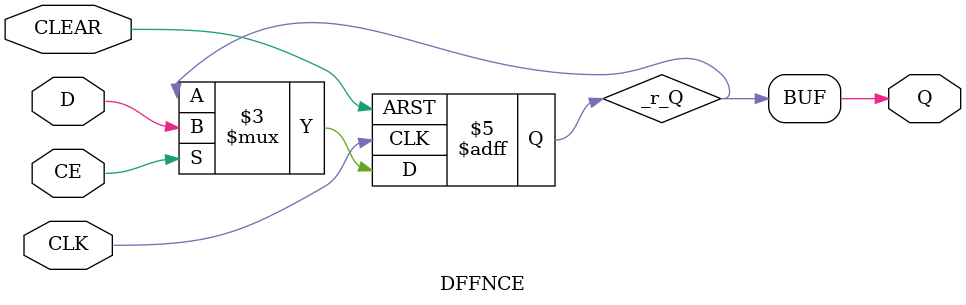
<source format=v>
`ifdef verilator3
`else
`timescale 1 ps / 1 ps
`endif

module DFFNCE
#(
    parameter INIT = 1'b0
)
(
    input  CLEAR,
    input  CLK,
    input  CE,
    input  D,
    output Q
);

    reg _r_Q;

    initial begin
        _r_Q = INIT;
    end

    always @(posedge CLEAR or negedge CLK) begin
    
        if (CLEAR) begin
            _r_Q <= 1'b0;
        end
        else if (CE) begin
            _r_Q <= D;
        end
    end

    assign Q = _r_Q;

endmodule

</source>
